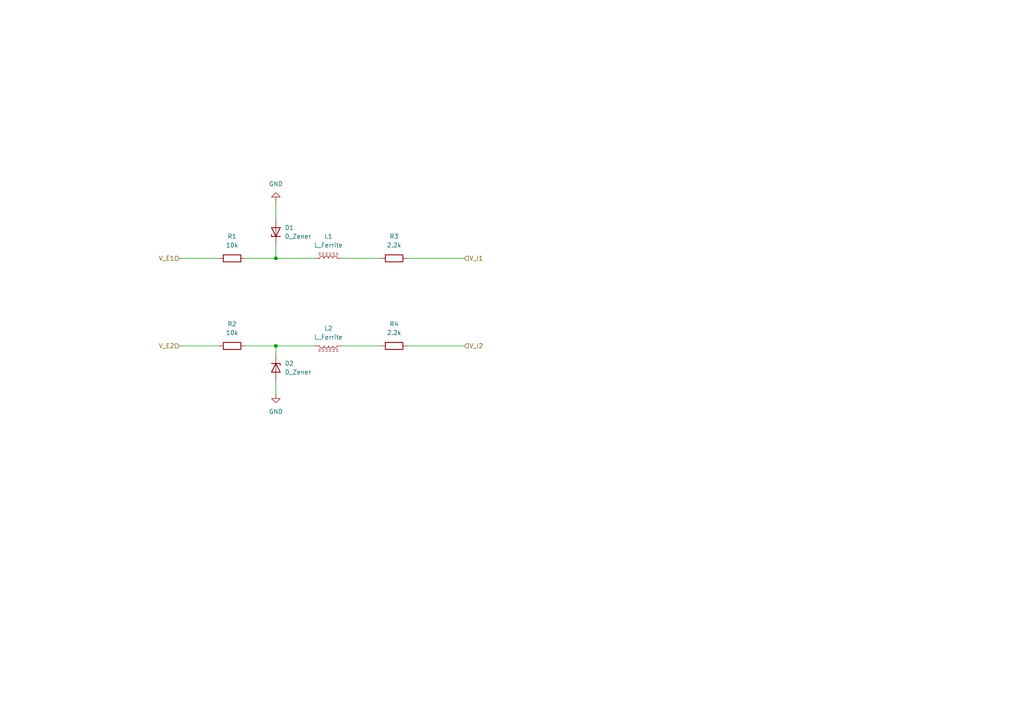
<source format=kicad_sch>
(kicad_sch
	(version 20231120)
	(generator "eeschema")
	(generator_version "8.0")
	(uuid "5955a3f2-2f3d-4cec-8d43-9cd44fa0094e")
	(paper "A4")
	(lib_symbols
		(symbol "Device:D_Zener"
			(pin_numbers hide)
			(pin_names
				(offset 1.016) hide)
			(exclude_from_sim no)
			(in_bom yes)
			(on_board yes)
			(property "Reference" "D"
				(at 0 2.54 0)
				(effects
					(font
						(size 1.27 1.27)
					)
				)
			)
			(property "Value" "D_Zener"
				(at 0 -2.54 0)
				(effects
					(font
						(size 1.27 1.27)
					)
				)
			)
			(property "Footprint" ""
				(at 0 0 0)
				(effects
					(font
						(size 1.27 1.27)
					)
					(hide yes)
				)
			)
			(property "Datasheet" "~"
				(at 0 0 0)
				(effects
					(font
						(size 1.27 1.27)
					)
					(hide yes)
				)
			)
			(property "Description" "Zener diode"
				(at 0 0 0)
				(effects
					(font
						(size 1.27 1.27)
					)
					(hide yes)
				)
			)
			(property "ki_keywords" "diode"
				(at 0 0 0)
				(effects
					(font
						(size 1.27 1.27)
					)
					(hide yes)
				)
			)
			(property "ki_fp_filters" "TO-???* *_Diode_* *SingleDiode* D_*"
				(at 0 0 0)
				(effects
					(font
						(size 1.27 1.27)
					)
					(hide yes)
				)
			)
			(symbol "D_Zener_0_1"
				(polyline
					(pts
						(xy 1.27 0) (xy -1.27 0)
					)
					(stroke
						(width 0)
						(type default)
					)
					(fill
						(type none)
					)
				)
				(polyline
					(pts
						(xy -1.27 -1.27) (xy -1.27 1.27) (xy -0.762 1.27)
					)
					(stroke
						(width 0.254)
						(type default)
					)
					(fill
						(type none)
					)
				)
				(polyline
					(pts
						(xy 1.27 -1.27) (xy 1.27 1.27) (xy -1.27 0) (xy 1.27 -1.27)
					)
					(stroke
						(width 0.254)
						(type default)
					)
					(fill
						(type none)
					)
				)
			)
			(symbol "D_Zener_1_1"
				(pin passive line
					(at -3.81 0 0)
					(length 2.54)
					(name "K"
						(effects
							(font
								(size 1.27 1.27)
							)
						)
					)
					(number "1"
						(effects
							(font
								(size 1.27 1.27)
							)
						)
					)
				)
				(pin passive line
					(at 3.81 0 180)
					(length 2.54)
					(name "A"
						(effects
							(font
								(size 1.27 1.27)
							)
						)
					)
					(number "2"
						(effects
							(font
								(size 1.27 1.27)
							)
						)
					)
				)
			)
		)
		(symbol "Device:L_Ferrite"
			(pin_numbers hide)
			(pin_names
				(offset 1.016) hide)
			(exclude_from_sim no)
			(in_bom yes)
			(on_board yes)
			(property "Reference" "L"
				(at -1.27 0 90)
				(effects
					(font
						(size 1.27 1.27)
					)
				)
			)
			(property "Value" "L_Ferrite"
				(at 2.794 0 90)
				(effects
					(font
						(size 1.27 1.27)
					)
				)
			)
			(property "Footprint" ""
				(at 0 0 0)
				(effects
					(font
						(size 1.27 1.27)
					)
					(hide yes)
				)
			)
			(property "Datasheet" "~"
				(at 0 0 0)
				(effects
					(font
						(size 1.27 1.27)
					)
					(hide yes)
				)
			)
			(property "Description" "Inductor with ferrite core"
				(at 0 0 0)
				(effects
					(font
						(size 1.27 1.27)
					)
					(hide yes)
				)
			)
			(property "ki_keywords" "inductor choke coil reactor magnetic"
				(at 0 0 0)
				(effects
					(font
						(size 1.27 1.27)
					)
					(hide yes)
				)
			)
			(property "ki_fp_filters" "Choke_* *Coil* Inductor_* L_*"
				(at 0 0 0)
				(effects
					(font
						(size 1.27 1.27)
					)
					(hide yes)
				)
			)
			(symbol "L_Ferrite_0_1"
				(arc
					(start 0 -2.54)
					(mid 0.6323 -1.905)
					(end 0 -1.27)
					(stroke
						(width 0)
						(type default)
					)
					(fill
						(type none)
					)
				)
				(arc
					(start 0 -1.27)
					(mid 0.6323 -0.635)
					(end 0 0)
					(stroke
						(width 0)
						(type default)
					)
					(fill
						(type none)
					)
				)
				(polyline
					(pts
						(xy 1.016 -2.794) (xy 1.016 -2.286)
					)
					(stroke
						(width 0)
						(type default)
					)
					(fill
						(type none)
					)
				)
				(polyline
					(pts
						(xy 1.016 -1.778) (xy 1.016 -1.27)
					)
					(stroke
						(width 0)
						(type default)
					)
					(fill
						(type none)
					)
				)
				(polyline
					(pts
						(xy 1.016 -0.762) (xy 1.016 -0.254)
					)
					(stroke
						(width 0)
						(type default)
					)
					(fill
						(type none)
					)
				)
				(polyline
					(pts
						(xy 1.016 0.254) (xy 1.016 0.762)
					)
					(stroke
						(width 0)
						(type default)
					)
					(fill
						(type none)
					)
				)
				(polyline
					(pts
						(xy 1.016 1.27) (xy 1.016 1.778)
					)
					(stroke
						(width 0)
						(type default)
					)
					(fill
						(type none)
					)
				)
				(polyline
					(pts
						(xy 1.016 2.286) (xy 1.016 2.794)
					)
					(stroke
						(width 0)
						(type default)
					)
					(fill
						(type none)
					)
				)
				(polyline
					(pts
						(xy 1.524 -2.286) (xy 1.524 -2.794)
					)
					(stroke
						(width 0)
						(type default)
					)
					(fill
						(type none)
					)
				)
				(polyline
					(pts
						(xy 1.524 -1.27) (xy 1.524 -1.778)
					)
					(stroke
						(width 0)
						(type default)
					)
					(fill
						(type none)
					)
				)
				(polyline
					(pts
						(xy 1.524 -0.254) (xy 1.524 -0.762)
					)
					(stroke
						(width 0)
						(type default)
					)
					(fill
						(type none)
					)
				)
				(polyline
					(pts
						(xy 1.524 0.762) (xy 1.524 0.254)
					)
					(stroke
						(width 0)
						(type default)
					)
					(fill
						(type none)
					)
				)
				(polyline
					(pts
						(xy 1.524 1.778) (xy 1.524 1.27)
					)
					(stroke
						(width 0)
						(type default)
					)
					(fill
						(type none)
					)
				)
				(polyline
					(pts
						(xy 1.524 2.794) (xy 1.524 2.286)
					)
					(stroke
						(width 0)
						(type default)
					)
					(fill
						(type none)
					)
				)
				(arc
					(start 0 0)
					(mid 0.6323 0.635)
					(end 0 1.27)
					(stroke
						(width 0)
						(type default)
					)
					(fill
						(type none)
					)
				)
				(arc
					(start 0 1.27)
					(mid 0.6323 1.905)
					(end 0 2.54)
					(stroke
						(width 0)
						(type default)
					)
					(fill
						(type none)
					)
				)
			)
			(symbol "L_Ferrite_1_1"
				(pin passive line
					(at 0 3.81 270)
					(length 1.27)
					(name "1"
						(effects
							(font
								(size 1.27 1.27)
							)
						)
					)
					(number "1"
						(effects
							(font
								(size 1.27 1.27)
							)
						)
					)
				)
				(pin passive line
					(at 0 -3.81 90)
					(length 1.27)
					(name "2"
						(effects
							(font
								(size 1.27 1.27)
							)
						)
					)
					(number "2"
						(effects
							(font
								(size 1.27 1.27)
							)
						)
					)
				)
			)
		)
		(symbol "Device:R"
			(pin_numbers hide)
			(pin_names
				(offset 0)
			)
			(exclude_from_sim no)
			(in_bom yes)
			(on_board yes)
			(property "Reference" "R"
				(at 2.032 0 90)
				(effects
					(font
						(size 1.27 1.27)
					)
				)
			)
			(property "Value" "R"
				(at 0 0 90)
				(effects
					(font
						(size 1.27 1.27)
					)
				)
			)
			(property "Footprint" ""
				(at -1.778 0 90)
				(effects
					(font
						(size 1.27 1.27)
					)
					(hide yes)
				)
			)
			(property "Datasheet" "~"
				(at 0 0 0)
				(effects
					(font
						(size 1.27 1.27)
					)
					(hide yes)
				)
			)
			(property "Description" "Resistor"
				(at 0 0 0)
				(effects
					(font
						(size 1.27 1.27)
					)
					(hide yes)
				)
			)
			(property "ki_keywords" "R res resistor"
				(at 0 0 0)
				(effects
					(font
						(size 1.27 1.27)
					)
					(hide yes)
				)
			)
			(property "ki_fp_filters" "R_*"
				(at 0 0 0)
				(effects
					(font
						(size 1.27 1.27)
					)
					(hide yes)
				)
			)
			(symbol "R_0_1"
				(rectangle
					(start -1.016 -2.54)
					(end 1.016 2.54)
					(stroke
						(width 0.254)
						(type default)
					)
					(fill
						(type none)
					)
				)
			)
			(symbol "R_1_1"
				(pin passive line
					(at 0 3.81 270)
					(length 1.27)
					(name "~"
						(effects
							(font
								(size 1.27 1.27)
							)
						)
					)
					(number "1"
						(effects
							(font
								(size 1.27 1.27)
							)
						)
					)
				)
				(pin passive line
					(at 0 -3.81 90)
					(length 1.27)
					(name "~"
						(effects
							(font
								(size 1.27 1.27)
							)
						)
					)
					(number "2"
						(effects
							(font
								(size 1.27 1.27)
							)
						)
					)
				)
			)
		)
		(symbol "power:GND"
			(power)
			(pin_numbers hide)
			(pin_names
				(offset 0) hide)
			(exclude_from_sim no)
			(in_bom yes)
			(on_board yes)
			(property "Reference" "#PWR"
				(at 0 -6.35 0)
				(effects
					(font
						(size 1.27 1.27)
					)
					(hide yes)
				)
			)
			(property "Value" "GND"
				(at 0 -3.81 0)
				(effects
					(font
						(size 1.27 1.27)
					)
				)
			)
			(property "Footprint" ""
				(at 0 0 0)
				(effects
					(font
						(size 1.27 1.27)
					)
					(hide yes)
				)
			)
			(property "Datasheet" ""
				(at 0 0 0)
				(effects
					(font
						(size 1.27 1.27)
					)
					(hide yes)
				)
			)
			(property "Description" "Power symbol creates a global label with name \"GND\" , ground"
				(at 0 0 0)
				(effects
					(font
						(size 1.27 1.27)
					)
					(hide yes)
				)
			)
			(property "ki_keywords" "global power"
				(at 0 0 0)
				(effects
					(font
						(size 1.27 1.27)
					)
					(hide yes)
				)
			)
			(symbol "GND_0_1"
				(polyline
					(pts
						(xy 0 0) (xy 0 -1.27) (xy 1.27 -1.27) (xy 0 -2.54) (xy -1.27 -1.27) (xy 0 -1.27)
					)
					(stroke
						(width 0)
						(type default)
					)
					(fill
						(type none)
					)
				)
			)
			(symbol "GND_1_1"
				(pin power_in line
					(at 0 0 270)
					(length 0)
					(name "~"
						(effects
							(font
								(size 1.27 1.27)
							)
						)
					)
					(number "1"
						(effects
							(font
								(size 1.27 1.27)
							)
						)
					)
				)
			)
		)
	)
	(junction
		(at 80.01 100.33)
		(diameter 0)
		(color 0 0 0 0)
		(uuid "6c287f51-91d0-4b5d-9df2-d296db25b807")
	)
	(junction
		(at 80.01 74.93)
		(diameter 0)
		(color 0 0 0 0)
		(uuid "c89fd3d4-8608-400c-b8ab-c59a7fafc444")
	)
	(wire
		(pts
			(xy 80.01 100.33) (xy 80.01 102.87)
		)
		(stroke
			(width 0)
			(type default)
		)
		(uuid "21f430bb-b04b-4f9d-b773-968646120e1c")
	)
	(wire
		(pts
			(xy 80.01 74.93) (xy 91.44 74.93)
		)
		(stroke
			(width 0)
			(type default)
		)
		(uuid "30c06c52-fb9f-42b5-b558-6d11184373b9")
	)
	(wire
		(pts
			(xy 118.11 100.33) (xy 134.62 100.33)
		)
		(stroke
			(width 0)
			(type default)
		)
		(uuid "4734ee9e-a679-4242-bd3a-f08029c5bfea")
	)
	(wire
		(pts
			(xy 52.07 74.93) (xy 63.5 74.93)
		)
		(stroke
			(width 0)
			(type default)
		)
		(uuid "529ac8be-3d8f-4437-b123-997bb88a5578")
	)
	(wire
		(pts
			(xy 52.07 100.33) (xy 63.5 100.33)
		)
		(stroke
			(width 0)
			(type default)
		)
		(uuid "62c38d87-02ad-4b2d-87f5-7e3b0b848a2e")
	)
	(wire
		(pts
			(xy 80.01 114.3) (xy 80.01 110.49)
		)
		(stroke
			(width 0)
			(type default)
		)
		(uuid "7180c048-21b1-4107-93f0-dc31a0ede5db")
	)
	(wire
		(pts
			(xy 80.01 58.42) (xy 80.01 63.5)
		)
		(stroke
			(width 0)
			(type default)
		)
		(uuid "a850559f-9fdc-4f4b-9696-75b9837d0a5b")
	)
	(wire
		(pts
			(xy 99.06 74.93) (xy 110.49 74.93)
		)
		(stroke
			(width 0)
			(type default)
		)
		(uuid "af7deb3e-8990-40cc-b40c-cd085c6230fd")
	)
	(wire
		(pts
			(xy 80.01 71.12) (xy 80.01 74.93)
		)
		(stroke
			(width 0)
			(type default)
		)
		(uuid "b3852ec6-fb76-4102-be81-461f553fde2e")
	)
	(wire
		(pts
			(xy 71.12 74.93) (xy 80.01 74.93)
		)
		(stroke
			(width 0)
			(type default)
		)
		(uuid "ba93a4e3-896f-43a4-9e03-0cc61dd25fa8")
	)
	(wire
		(pts
			(xy 118.11 74.93) (xy 134.62 74.93)
		)
		(stroke
			(width 0)
			(type default)
		)
		(uuid "cbbded6a-5549-4386-8471-0783d2519971")
	)
	(wire
		(pts
			(xy 99.06 100.33) (xy 110.49 100.33)
		)
		(stroke
			(width 0)
			(type default)
		)
		(uuid "cbf863ab-2fa1-41a8-8810-ed2bd35546eb")
	)
	(wire
		(pts
			(xy 80.01 100.33) (xy 91.44 100.33)
		)
		(stroke
			(width 0)
			(type default)
		)
		(uuid "d9479baa-dcd5-4900-9639-d3cd0a486a85")
	)
	(wire
		(pts
			(xy 71.12 100.33) (xy 80.01 100.33)
		)
		(stroke
			(width 0)
			(type default)
		)
		(uuid "ff700705-78c5-47ed-a835-c7de7fd82cc6")
	)
	(hierarchical_label "V_I1"
		(shape input)
		(at 134.62 74.93 0)
		(fields_autoplaced yes)
		(effects
			(font
				(size 1.27 1.27)
			)
			(justify left)
		)
		(uuid "099e27df-b05a-4e01-974c-3d088874d866")
	)
	(hierarchical_label "V_E2"
		(shape input)
		(at 52.07 100.33 180)
		(fields_autoplaced yes)
		(effects
			(font
				(size 1.27 1.27)
			)
			(justify right)
		)
		(uuid "9a333211-65cb-4362-82b7-90c91df666cf")
	)
	(hierarchical_label "V_I2"
		(shape input)
		(at 134.62 100.33 0)
		(fields_autoplaced yes)
		(effects
			(font
				(size 1.27 1.27)
			)
			(justify left)
		)
		(uuid "a18811cc-650c-4e15-a92a-42e729796e49")
	)
	(hierarchical_label "V_E1"
		(shape input)
		(at 52.07 74.93 180)
		(fields_autoplaced yes)
		(effects
			(font
				(size 1.27 1.27)
			)
			(justify right)
		)
		(uuid "b5bad61d-acb1-4a90-ad31-49345da869eb")
	)
	(symbol
		(lib_id "Device:D_Zener")
		(at 80.01 67.31 90)
		(unit 1)
		(exclude_from_sim no)
		(in_bom yes)
		(on_board yes)
		(dnp no)
		(fields_autoplaced yes)
		(uuid "00869216-d7cb-41a7-b121-776765f112b6")
		(property "Reference" "D1"
			(at 82.55 66.0399 90)
			(effects
				(font
					(size 1.27 1.27)
				)
				(justify right)
			)
		)
		(property "Value" "D_Zener"
			(at 82.55 68.5799 90)
			(effects
				(font
					(size 1.27 1.27)
				)
				(justify right)
			)
		)
		(property "Footprint" "Diode_SMD:D_SOD-523"
			(at 80.01 67.31 0)
			(effects
				(font
					(size 1.27 1.27)
				)
				(hide yes)
			)
		)
		(property "Datasheet" "~"
			(at 80.01 67.31 0)
			(effects
				(font
					(size 1.27 1.27)
				)
				(hide yes)
			)
		)
		(property "Description" "Zener diode"
			(at 80.01 67.31 0)
			(effects
				(font
					(size 1.27 1.27)
				)
				(hide yes)
			)
		)
		(pin "2"
			(uuid "bf7fb069-470c-4dcf-bdd5-e2c1859b93c1")
		)
		(pin "1"
			(uuid "8cd765de-7b0c-48f0-9c21-20eed1ff3232")
		)
		(instances
			(project "EMG_amplifier"
				(path "/26861adc-1ddf-4c37-9f8b-8db1c0839771/5ea975e8-3227-4877-bc8b-ac5d6b7605f1/3fa269e7-45e7-4a87-b607-eed791004514"
					(reference "D1")
					(unit 1)
				)
			)
		)
	)
	(symbol
		(lib_id "power:GND")
		(at 80.01 114.3 0)
		(unit 1)
		(exclude_from_sim no)
		(in_bom yes)
		(on_board yes)
		(dnp no)
		(fields_autoplaced yes)
		(uuid "44884014-c799-4c4a-a299-44d4429d2889")
		(property "Reference" "#PWR06"
			(at 80.01 120.65 0)
			(effects
				(font
					(size 1.27 1.27)
				)
				(hide yes)
			)
		)
		(property "Value" "GND"
			(at 80.01 119.38 0)
			(effects
				(font
					(size 1.27 1.27)
				)
			)
		)
		(property "Footprint" ""
			(at 80.01 114.3 0)
			(effects
				(font
					(size 1.27 1.27)
				)
				(hide yes)
			)
		)
		(property "Datasheet" ""
			(at 80.01 114.3 0)
			(effects
				(font
					(size 1.27 1.27)
				)
				(hide yes)
			)
		)
		(property "Description" "Power symbol creates a global label with name \"GND\" , ground"
			(at 80.01 114.3 0)
			(effects
				(font
					(size 1.27 1.27)
				)
				(hide yes)
			)
		)
		(pin "1"
			(uuid "cbf8a702-1645-4872-9566-f7531fefec2d")
		)
		(instances
			(project ""
				(path "/26861adc-1ddf-4c37-9f8b-8db1c0839771/5ea975e8-3227-4877-bc8b-ac5d6b7605f1/3fa269e7-45e7-4a87-b607-eed791004514"
					(reference "#PWR06")
					(unit 1)
				)
			)
		)
	)
	(symbol
		(lib_id "Device:R")
		(at 114.3 100.33 90)
		(unit 1)
		(exclude_from_sim no)
		(in_bom yes)
		(on_board yes)
		(dnp no)
		(fields_autoplaced yes)
		(uuid "5a660427-4c67-46b8-8e5d-b183774fa502")
		(property "Reference" "R4"
			(at 114.3 93.98 90)
			(effects
				(font
					(size 1.27 1.27)
				)
			)
		)
		(property "Value" "2.2k"
			(at 114.3 96.52 90)
			(effects
				(font
					(size 1.27 1.27)
				)
			)
		)
		(property "Footprint" "Resistor_SMD:R_0402_1005Metric"
			(at 114.3 102.108 90)
			(effects
				(font
					(size 1.27 1.27)
				)
				(hide yes)
			)
		)
		(property "Datasheet" "~"
			(at 114.3 100.33 0)
			(effects
				(font
					(size 1.27 1.27)
				)
				(hide yes)
			)
		)
		(property "Description" "Resistor"
			(at 114.3 100.33 0)
			(effects
				(font
					(size 1.27 1.27)
				)
				(hide yes)
			)
		)
		(pin "1"
			(uuid "24c62f7f-c295-49a5-8450-060d5a051fe8")
		)
		(pin "2"
			(uuid "4d45e8e2-7d94-4665-a08e-08f536ccf52e")
		)
		(instances
			(project "EMG_amplifier"
				(path "/26861adc-1ddf-4c37-9f8b-8db1c0839771/5ea975e8-3227-4877-bc8b-ac5d6b7605f1/3fa269e7-45e7-4a87-b607-eed791004514"
					(reference "R4")
					(unit 1)
				)
			)
		)
	)
	(symbol
		(lib_id "power:GND")
		(at 80.01 58.42 180)
		(unit 1)
		(exclude_from_sim no)
		(in_bom yes)
		(on_board yes)
		(dnp no)
		(fields_autoplaced yes)
		(uuid "79c2662d-4d96-4a15-a999-4ac891d8f6da")
		(property "Reference" "#PWR07"
			(at 80.01 52.07 0)
			(effects
				(font
					(size 1.27 1.27)
				)
				(hide yes)
			)
		)
		(property "Value" "GND"
			(at 80.01 53.34 0)
			(effects
				(font
					(size 1.27 1.27)
				)
			)
		)
		(property "Footprint" ""
			(at 80.01 58.42 0)
			(effects
				(font
					(size 1.27 1.27)
				)
				(hide yes)
			)
		)
		(property "Datasheet" ""
			(at 80.01 58.42 0)
			(effects
				(font
					(size 1.27 1.27)
				)
				(hide yes)
			)
		)
		(property "Description" "Power symbol creates a global label with name \"GND\" , ground"
			(at 80.01 58.42 0)
			(effects
				(font
					(size 1.27 1.27)
				)
				(hide yes)
			)
		)
		(pin "1"
			(uuid "1989e608-2f51-46a7-b4d8-da908b49dbc7")
		)
		(instances
			(project "EMG_amplifier"
				(path "/26861adc-1ddf-4c37-9f8b-8db1c0839771/5ea975e8-3227-4877-bc8b-ac5d6b7605f1/3fa269e7-45e7-4a87-b607-eed791004514"
					(reference "#PWR07")
					(unit 1)
				)
			)
		)
	)
	(symbol
		(lib_id "Device:R")
		(at 114.3 74.93 90)
		(unit 1)
		(exclude_from_sim no)
		(in_bom yes)
		(on_board yes)
		(dnp no)
		(fields_autoplaced yes)
		(uuid "7d49e45c-6bb1-4032-9944-215826bdffda")
		(property "Reference" "R3"
			(at 114.3 68.58 90)
			(effects
				(font
					(size 1.27 1.27)
				)
			)
		)
		(property "Value" "2.2k"
			(at 114.3 71.12 90)
			(effects
				(font
					(size 1.27 1.27)
				)
			)
		)
		(property "Footprint" "Resistor_SMD:R_0402_1005Metric"
			(at 114.3 76.708 90)
			(effects
				(font
					(size 1.27 1.27)
				)
				(hide yes)
			)
		)
		(property "Datasheet" "~"
			(at 114.3 74.93 0)
			(effects
				(font
					(size 1.27 1.27)
				)
				(hide yes)
			)
		)
		(property "Description" "Resistor"
			(at 114.3 74.93 0)
			(effects
				(font
					(size 1.27 1.27)
				)
				(hide yes)
			)
		)
		(pin "1"
			(uuid "b9776b60-d3dc-467b-85b4-2e42f1c2f5bf")
		)
		(pin "2"
			(uuid "116387aa-dd4b-4fc3-8996-aa86d177eb02")
		)
		(instances
			(project "EMG_amplifier"
				(path "/26861adc-1ddf-4c37-9f8b-8db1c0839771/5ea975e8-3227-4877-bc8b-ac5d6b7605f1/3fa269e7-45e7-4a87-b607-eed791004514"
					(reference "R3")
					(unit 1)
				)
			)
		)
	)
	(symbol
		(lib_id "Device:D_Zener")
		(at 80.01 106.68 270)
		(unit 1)
		(exclude_from_sim no)
		(in_bom yes)
		(on_board yes)
		(dnp no)
		(fields_autoplaced yes)
		(uuid "9a2adfc3-2a76-42cc-92f0-1e2a976fc101")
		(property "Reference" "D2"
			(at 82.55 105.4099 90)
			(effects
				(font
					(size 1.27 1.27)
				)
				(justify left)
			)
		)
		(property "Value" "D_Zener"
			(at 82.55 107.9499 90)
			(effects
				(font
					(size 1.27 1.27)
				)
				(justify left)
			)
		)
		(property "Footprint" "Diode_SMD:D_SOD-523"
			(at 80.01 106.68 0)
			(effects
				(font
					(size 1.27 1.27)
				)
				(hide yes)
			)
		)
		(property "Datasheet" "~"
			(at 80.01 106.68 0)
			(effects
				(font
					(size 1.27 1.27)
				)
				(hide yes)
			)
		)
		(property "Description" "Zener diode"
			(at 80.01 106.68 0)
			(effects
				(font
					(size 1.27 1.27)
				)
				(hide yes)
			)
		)
		(pin "2"
			(uuid "d1ab26a7-0435-48ab-9613-3145677acf9c")
		)
		(pin "1"
			(uuid "8658cefc-2d5f-4949-8f80-4ccb040fe099")
		)
		(instances
			(project "EMG_amplifier"
				(path "/26861adc-1ddf-4c37-9f8b-8db1c0839771/5ea975e8-3227-4877-bc8b-ac5d6b7605f1/3fa269e7-45e7-4a87-b607-eed791004514"
					(reference "D2")
					(unit 1)
				)
			)
		)
	)
	(symbol
		(lib_id "Device:L_Ferrite")
		(at 95.25 100.33 270)
		(unit 1)
		(exclude_from_sim no)
		(in_bom yes)
		(on_board yes)
		(dnp no)
		(fields_autoplaced yes)
		(uuid "aea10d20-09c0-4e39-a78a-3e5f218a8ef9")
		(property "Reference" "L2"
			(at 95.25 95.25 90)
			(effects
				(font
					(size 1.27 1.27)
				)
			)
		)
		(property "Value" "L_Ferrite"
			(at 95.25 97.79 90)
			(effects
				(font
					(size 1.27 1.27)
				)
			)
		)
		(property "Footprint" "BLM15AX102SN1D_footprints:IND_BLM15_1P05X0P55X0P55_MUR"
			(at 95.25 100.33 0)
			(effects
				(font
					(size 1.27 1.27)
				)
				(hide yes)
			)
		)
		(property "Datasheet" "~"
			(at 95.25 100.33 0)
			(effects
				(font
					(size 1.27 1.27)
				)
				(hide yes)
			)
		)
		(property "Description" "Inductor with ferrite core"
			(at 95.25 100.33 0)
			(effects
				(font
					(size 1.27 1.27)
				)
				(hide yes)
			)
		)
		(pin "2"
			(uuid "6994f98c-a0f9-48df-ab1a-81ab4faee377")
		)
		(pin "1"
			(uuid "57340708-aba7-4b7f-8b8b-97da7f1e7e20")
		)
		(instances
			(project "EMG_amplifier"
				(path "/26861adc-1ddf-4c37-9f8b-8db1c0839771/5ea975e8-3227-4877-bc8b-ac5d6b7605f1/3fa269e7-45e7-4a87-b607-eed791004514"
					(reference "L2")
					(unit 1)
				)
			)
		)
	)
	(symbol
		(lib_id "Device:R")
		(at 67.31 100.33 90)
		(unit 1)
		(exclude_from_sim no)
		(in_bom yes)
		(on_board yes)
		(dnp no)
		(fields_autoplaced yes)
		(uuid "b2628653-1588-4c95-98db-46e5fe7c5d9e")
		(property "Reference" "R2"
			(at 67.31 93.98 90)
			(effects
				(font
					(size 1.27 1.27)
				)
			)
		)
		(property "Value" "10k"
			(at 67.31 96.52 90)
			(effects
				(font
					(size 1.27 1.27)
				)
			)
		)
		(property "Footprint" "Resistor_SMD:R_0402_1005Metric"
			(at 67.31 102.108 90)
			(effects
				(font
					(size 1.27 1.27)
				)
				(hide yes)
			)
		)
		(property "Datasheet" "~"
			(at 67.31 100.33 0)
			(effects
				(font
					(size 1.27 1.27)
				)
				(hide yes)
			)
		)
		(property "Description" "Resistor"
			(at 67.31 100.33 0)
			(effects
				(font
					(size 1.27 1.27)
				)
				(hide yes)
			)
		)
		(pin "1"
			(uuid "2fd6edb8-bd4f-4c3a-a960-45ba5116ca4c")
		)
		(pin "2"
			(uuid "f9374011-5ece-4f49-94d3-2f960d912340")
		)
		(instances
			(project "EMG_amplifier"
				(path "/26861adc-1ddf-4c37-9f8b-8db1c0839771/5ea975e8-3227-4877-bc8b-ac5d6b7605f1/3fa269e7-45e7-4a87-b607-eed791004514"
					(reference "R2")
					(unit 1)
				)
			)
		)
	)
	(symbol
		(lib_id "Device:L_Ferrite")
		(at 95.25 74.93 90)
		(unit 1)
		(exclude_from_sim no)
		(in_bom yes)
		(on_board yes)
		(dnp no)
		(fields_autoplaced yes)
		(uuid "b365fdd4-f392-4d94-a3ee-b1c1b7ef87e3")
		(property "Reference" "L1"
			(at 95.25 68.58 90)
			(effects
				(font
					(size 1.27 1.27)
				)
			)
		)
		(property "Value" "L_Ferrite"
			(at 95.25 71.12 90)
			(effects
				(font
					(size 1.27 1.27)
				)
			)
		)
		(property "Footprint" "BLM15AX102SN1D_footprints:IND_BLM15_1P05X0P55X0P55_MUR"
			(at 95.25 74.93 0)
			(effects
				(font
					(size 1.27 1.27)
				)
				(hide yes)
			)
		)
		(property "Datasheet" "~"
			(at 95.25 74.93 0)
			(effects
				(font
					(size 1.27 1.27)
				)
				(hide yes)
			)
		)
		(property "Description" "Inductor with ferrite core"
			(at 95.25 74.93 0)
			(effects
				(font
					(size 1.27 1.27)
				)
				(hide yes)
			)
		)
		(pin "2"
			(uuid "29ddd2ff-657a-4e6b-bf18-422c10ec4d55")
		)
		(pin "1"
			(uuid "3519ffa6-15ff-4d0d-81b0-8d39e7c65960")
		)
		(instances
			(project "EMG_amplifier"
				(path "/26861adc-1ddf-4c37-9f8b-8db1c0839771/5ea975e8-3227-4877-bc8b-ac5d6b7605f1/3fa269e7-45e7-4a87-b607-eed791004514"
					(reference "L1")
					(unit 1)
				)
			)
		)
	)
	(symbol
		(lib_id "Device:R")
		(at 67.31 74.93 90)
		(unit 1)
		(exclude_from_sim no)
		(in_bom yes)
		(on_board yes)
		(dnp no)
		(fields_autoplaced yes)
		(uuid "fc694689-b710-482d-859f-9282116955d9")
		(property "Reference" "R1"
			(at 67.31 68.58 90)
			(effects
				(font
					(size 1.27 1.27)
				)
			)
		)
		(property "Value" "10k"
			(at 67.31 71.12 90)
			(effects
				(font
					(size 1.27 1.27)
				)
			)
		)
		(property "Footprint" "Resistor_SMD:R_0402_1005Metric"
			(at 67.31 76.708 90)
			(effects
				(font
					(size 1.27 1.27)
				)
				(hide yes)
			)
		)
		(property "Datasheet" "~"
			(at 67.31 74.93 0)
			(effects
				(font
					(size 1.27 1.27)
				)
				(hide yes)
			)
		)
		(property "Description" "Resistor"
			(at 67.31 74.93 0)
			(effects
				(font
					(size 1.27 1.27)
				)
				(hide yes)
			)
		)
		(pin "1"
			(uuid "9bdef522-ece7-4f79-a74b-dc9e7988277f")
		)
		(pin "2"
			(uuid "92d4a399-996c-4b68-958c-f44cef598a08")
		)
		(instances
			(project "EMG_amplifier"
				(path "/26861adc-1ddf-4c37-9f8b-8db1c0839771/5ea975e8-3227-4877-bc8b-ac5d6b7605f1/3fa269e7-45e7-4a87-b607-eed791004514"
					(reference "R1")
					(unit 1)
				)
			)
		)
	)
)

</source>
